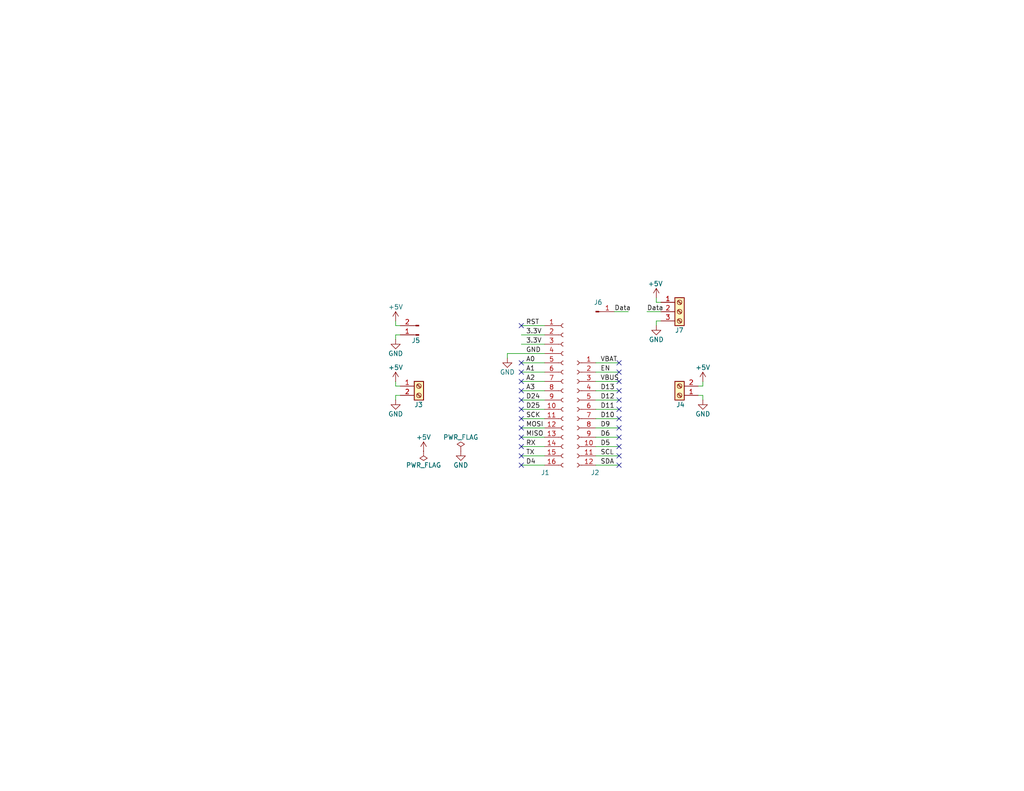
<source format=kicad_sch>
(kicad_sch (version 20231120) (generator "eeschema") (generator_version "8.0")
  (paper "USLetter")
  (title_block (title "Controller for icicle light") (date "January 2025") (rev "0"))
  (lib_symbols
    (symbol "Connector:Conn_01x01_Pin" (pin_names (offset 1.016) hide)
      (property "Reference" "J" (at 0 2.54 0))
      (property "Value" "Conn_01x01_Pin" (at 0 -2.54 0))
      (symbol "Conn_01x01_Pin_1_1"
        (polyline (pts (xy 1.27 0) (xy 0.8636 0)) (stroke (width 0.1524)))
        (rectangle (start 0.8636 0.127) (end 0 -0.127) (stroke (width 0.1524)) (fill (type outline)))
        (pin passive line (at 5.08 0 180) (length 3.81) (name "Pin_1") (number "1"))
      )
    )
    (symbol "Connector:Conn_01x02_Pin" (pin_names (offset 1.016) hide)
      (property "Reference" "J" (at 0 2.54 0))
      (property "Value" "Conn_01x02_Pin" (at 0 -5.08 0))
      (symbol "Conn_01x02_Pin_1_1"
        (polyline (pts (xy 1.27 -2.54) (xy 0.8636 -2.54)) (stroke (width 0.1524)))
        (polyline (pts (xy 1.27 0) (xy 0.8636 0)) (stroke (width 0.1524)))
        (rectangle (start 0.8636 -2.413) (end 0 -2.667) (stroke (width 0.1524)) (fill (type outline)))
        (rectangle (start 0.8636 0.127) (end 0 -0.127) (stroke (width 0.1524)) (fill (type outline)))
        (pin passive line (at 5.08 0 180) (length 3.81) (name "Pin_1") (number "1"))
        (pin passive line (at 5.08 -2.54 180) (length 3.81) (name "Pin_2") (number "2"))
      )
    )
    (symbol "Connector:Conn_01x12_Socket" (pin_names (offset 1.016) hide)
      (property "Reference" "J" (at 0 15.24 0))
      (property "Value" "Conn_01x12_Socket" (at 0 -17.78 0))
      (symbol "Conn_01x12_Socket_1_1"
        (arc (start 0 -14.732) (mid -0.5058 -15.24) (end 0 -15.748) (stroke (width 0.1524)))
        (arc (start 0 -12.192) (mid -0.5058 -12.7) (end 0 -13.208) (stroke (width 0.1524)))
        (arc (start 0 -9.652) (mid -0.5058 -10.16) (end 0 -10.668) (stroke (width 0.1524)))
        (arc (start 0 -7.112) (mid -0.5058 -7.62) (end 0 -8.128) (stroke (width 0.1524)))
        (arc (start 0 -4.572) (mid -0.5058 -5.08) (end 0 -5.588) (stroke (width 0.1524)))
        (arc (start 0 -2.032) (mid -0.5058 -2.54) (end 0 -3.048) (stroke (width 0.1524)))
        (polyline (pts (xy -1.27 -15.24) (xy -0.508 -15.24)) (stroke (width 0.1524)))
        (polyline (pts (xy -1.27 -12.7) (xy -0.508 -12.7)) (stroke (width 0.1524)))
        (polyline (pts (xy -1.27 -10.16) (xy -0.508 -10.16)) (stroke (width 0.1524)))
        (polyline (pts (xy -1.27 -7.62) (xy -0.508 -7.62)) (stroke (width 0.1524)))
        (polyline (pts (xy -1.27 -5.08) (xy -0.508 -5.08)) (stroke (width 0.1524)))
        (polyline (pts (xy -1.27 -2.54) (xy -0.508 -2.54)) (stroke (width 0.1524)))
        (polyline (pts (xy -1.27 0) (xy -0.508 0)) (stroke (width 0.1524)))
        (polyline (pts (xy -1.27 2.54) (xy -0.508 2.54)) (stroke (width 0.1524)))
        (polyline (pts (xy -1.27 5.08) (xy -0.508 5.08)) (stroke (width 0.1524)))
        (polyline (pts (xy -1.27 7.62) (xy -0.508 7.62)) (stroke (width 0.1524)))
        (polyline (pts (xy -1.27 10.16) (xy -0.508 10.16)) (stroke (width 0.1524)))
        (polyline (pts (xy -1.27 12.7) (xy -0.508 12.7)) (stroke (width 0.1524)))
        (arc (start 0 0.508) (mid -0.5058 0) (end 0 -0.508) (stroke (width 0.1524)))
        (arc (start 0 3.048) (mid -0.5058 2.54) (end 0 2.032) (stroke (width 0.1524)))
        (arc (start 0 5.588) (mid -0.5058 5.08) (end 0 4.572) (stroke (width 0.1524)))
        (arc (start 0 8.128) (mid -0.5058 7.62) (end 0 7.112) (stroke (width 0.1524)))
        (arc (start 0 10.668) (mid -0.5058 10.16) (end 0 9.652) (stroke (width 0.1524)))
        (arc (start 0 13.208) (mid -0.5058 12.7) (end 0 12.192) (stroke (width 0.1524)))
        (pin passive line (at -5.08 12.7 0) (length 3.81) (name "Pin_1") (number "1"))
        (pin passive line (at -5.08 -10.16 0) (length 3.81) (name "Pin_10") (number "10"))
        (pin passive line (at -5.08 -12.7 0) (length 3.81) (name "Pin_11") (number "11"))
        (pin passive line (at -5.08 -15.24 0) (length 3.81) (name "Pin_12") (number "12"))
        (pin passive line (at -5.08 10.16 0) (length 3.81) (name "Pin_2") (number "2"))
        (pin passive line (at -5.08 7.62 0) (length 3.81) (name "Pin_3") (number "3"))
        (pin passive line (at -5.08 5.08 0) (length 3.81) (name "Pin_4") (number "4"))
        (pin passive line (at -5.08 2.54 0) (length 3.81) (name "Pin_5") (number "5"))
        (pin passive line (at -5.08 0 0) (length 3.81) (name "Pin_6") (number "6"))
        (pin passive line (at -5.08 -2.54 0) (length 3.81) (name "Pin_7") (number "7"))
        (pin passive line (at -5.08 -5.08 0) (length 3.81) (name "Pin_8") (number "8"))
        (pin passive line (at -5.08 -7.62 0) (length 3.81) (name "Pin_9") (number "9"))
      )
    )
    (symbol "Connector:Conn_01x16_Socket" (pin_names (offset 1.016) hide)
      (property "Reference" "J" (at 0 20.32 0))
      (property "Value" "Conn_01x16_Socket" (at 0 -22.86 0))
      (symbol "Conn_01x16_Socket_1_1"
        (arc (start 0 -19.812) (mid -0.5058 -20.32) (end 0 -20.828) (stroke (width 0.1524)))
        (arc (start 0 -17.272) (mid -0.5058 -17.78) (end 0 -18.288) (stroke (width 0.1524)))
        (arc (start 0 -14.732) (mid -0.5058 -15.24) (end 0 -15.748) (stroke (width 0.1524)))
        (arc (start 0 -12.192) (mid -0.5058 -12.7) (end 0 -13.208) (stroke (width 0.1524)))
        (arc (start 0 -9.652) (mid -0.5058 -10.16) (end 0 -10.668) (stroke (width 0.1524)))
        (arc (start 0 -7.112) (mid -0.5058 -7.62) (end 0 -8.128) (stroke (width 0.1524)))
        (arc (start 0 -4.572) (mid -0.5058 -5.08) (end 0 -5.588) (stroke (width 0.1524)))
        (arc (start 0 -2.032) (mid -0.5058 -2.54) (end 0 -3.048) (stroke (width 0.1524)))
        (polyline (pts (xy -1.27 -20.32) (xy -0.508 -20.32)) (stroke (width 0.1524)))
        (polyline (pts (xy -1.27 -17.78) (xy -0.508 -17.78)) (stroke (width 0.1524)))
        (polyline (pts (xy -1.27 -15.24) (xy -0.508 -15.24)) (stroke (width 0.1524)))
        (polyline (pts (xy -1.27 -12.7) (xy -0.508 -12.7)) (stroke (width 0.1524)))
        (polyline (pts (xy -1.27 -10.16) (xy -0.508 -10.16)) (stroke (width 0.1524)))
        (polyline (pts (xy -1.27 -7.62) (xy -0.508 -7.62)) (stroke (width 0.1524)))
        (polyline (pts (xy -1.27 -5.08) (xy -0.508 -5.08)) (stroke (width 0.1524)))
        (polyline (pts (xy -1.27 -2.54) (xy -0.508 -2.54)) (stroke (width 0.1524)))
        (polyline (pts (xy -1.27 0) (xy -0.508 0)) (stroke (width 0.1524)))
        (polyline (pts (xy -1.27 2.54) (xy -0.508 2.54)) (stroke (width 0.1524)))
        (polyline (pts (xy -1.27 5.08) (xy -0.508 5.08)) (stroke (width 0.1524)))
        (polyline (pts (xy -1.27 7.62) (xy -0.508 7.62)) (stroke (width 0.1524)))
        (polyline (pts (xy -1.27 10.16) (xy -0.508 10.16)) (stroke (width 0.1524)))
        (polyline (pts (xy -1.27 12.7) (xy -0.508 12.7)) (stroke (width 0.1524)))
        (polyline (pts (xy -1.27 15.24) (xy -0.508 15.24)) (stroke (width 0.1524)))
        (polyline (pts (xy -1.27 17.78) (xy -0.508 17.78)) (stroke (width 0.1524)))
        (arc (start 0 0.508) (mid -0.5058 0) (end 0 -0.508) (stroke (width 0.1524)))
        (arc (start 0 3.048) (mid -0.5058 2.54) (end 0 2.032) (stroke (width 0.1524)))
        (arc (start 0 5.588) (mid -0.5058 5.08) (end 0 4.572) (stroke (width 0.1524)))
        (arc (start 0 8.128) (mid -0.5058 7.62) (end 0 7.112) (stroke (width 0.1524)))
        (arc (start 0 10.668) (mid -0.5058 10.16) (end 0 9.652) (stroke (width 0.1524)))
        (arc (start 0 13.208) (mid -0.5058 12.7) (end 0 12.192) (stroke (width 0.1524)))
        (arc (start 0 15.748) (mid -0.5058 15.24) (end 0 14.732) (stroke (width 0.1524)))
        (arc (start 0 18.288) (mid -0.5058 17.78) (end 0 17.272) (stroke (width 0.1524)))
        (pin passive line (at -5.08 17.78 0) (length 3.81) (name "Pin_1") (number "1"))
        (pin passive line (at -5.08 -5.08 0) (length 3.81) (name "Pin_10") (number "10"))
        (pin passive line (at -5.08 -7.62 0) (length 3.81) (name "Pin_11") (number "11"))
        (pin passive line (at -5.08 -10.16 0) (length 3.81) (name "Pin_12") (number "12"))
        (pin passive line (at -5.08 -12.7 0) (length 3.81) (name "Pin_13") (number "13"))
        (pin passive line (at -5.08 -15.24 0) (length 3.81) (name "Pin_14") (number "14"))
        (pin passive line (at -5.08 -17.78 0) (length 3.81) (name "Pin_15") (number "15"))
        (pin passive line (at -5.08 -20.32 0) (length 3.81) (name "Pin_16") (number "16"))
        (pin passive line (at -5.08 15.24 0) (length 3.81) (name "Pin_2") (number "2"))
        (pin passive line (at -5.08 12.7 0) (length 3.81) (name "Pin_3") (number "3"))
        (pin passive line (at -5.08 10.16 0) (length 3.81) (name "Pin_4") (number "4"))
        (pin passive line (at -5.08 7.62 0) (length 3.81) (name "Pin_5") (number "5"))
        (pin passive line (at -5.08 5.08 0) (length 3.81) (name "Pin_6") (number "6"))
        (pin passive line (at -5.08 2.54 0) (length 3.81) (name "Pin_7") (number "7"))
        (pin passive line (at -5.08 0 0) (length 3.81) (name "Pin_8") (number "8"))
        (pin passive line (at -5.08 -2.54 0) (length 3.81) (name "Pin_9") (number "9"))
      )
    )
    (symbol "Connector:Screw_Terminal_01x02" (pin_names (offset 1.016) hide)
      (property "Reference" "J" (at 0 2.54 0))
      (property "Value" "Screw_Terminal_01x02" (at 0 -5.08 0))
      (symbol "Screw_Terminal_01x02_1_1"
        (rectangle (start -1.27 1.27) (end 1.27 -3.81) (stroke (width 0.254)) (fill (type background)))
        (circle (center 0 -2.54) (radius 0.635) (stroke (width 0.1524)))
        (polyline (pts (xy -0.5334 -2.2098) (xy 0.3302 -3.048)) (stroke (width 0.1524)))
        (polyline (pts (xy -0.5334 0.3302) (xy 0.3302 -0.508)) (stroke (width 0.1524)))
        (polyline (pts (xy -0.3556 -2.032) (xy 0.508 -2.8702)) (stroke (width 0.1524)))
        (polyline (pts (xy -0.3556 0.508) (xy 0.508 -0.3302)) (stroke (width 0.1524)))
        (circle (center 0 0) (radius 0.635) (stroke (width 0.1524)))
        (pin passive line (at -5.08 0 0) (length 3.81) (name "Pin_1") (number "1"))
        (pin passive line (at -5.08 -2.54 0) (length 3.81) (name "Pin_2") (number "2"))
      )
    )
    (symbol "Connector:Screw_Terminal_01x03" (pin_names (offset 1.016) hide)
      (property "Reference" "J" (at 0 5.08 0))
      (property "Value" "Screw_Terminal_01x03" (at 0 -5.08 0))
      (symbol "Screw_Terminal_01x03_1_1"
        (rectangle (start -1.27 3.81) (end 1.27 -3.81) (stroke (width 0.254)) (fill (type background)))
        (circle (center 0 -2.54) (radius 0.635) (stroke (width 0.1524)))
        (polyline (pts (xy -0.5334 -2.2098) (xy 0.3302 -3.048)) (stroke (width 0.1524)))
        (polyline (pts (xy -0.5334 0.3302) (xy 0.3302 -0.508)) (stroke (width 0.1524)))
        (polyline (pts (xy -0.5334 2.8702) (xy 0.3302 2.032)) (stroke (width 0.1524)))
        (polyline (pts (xy -0.3556 -2.032) (xy 0.508 -2.8702)) (stroke (width 0.1524)))
        (polyline (pts (xy -0.3556 0.508) (xy 0.508 -0.3302)) (stroke (width 0.1524)))
        (polyline (pts (xy -0.3556 3.048) (xy 0.508 2.2098)) (stroke (width 0.1524)))
        (circle (center 0 0) (radius 0.635) (stroke (width 0.1524)))
        (circle (center 0 2.54) (radius 0.635) (stroke (width 0.1524)))
        (pin passive line (at -5.08 2.54 0) (length 3.81) (name "Pin_1") (number "1"))
        (pin passive line (at -5.08 0 0) (length 3.81) (name "Pin_2") (number "2"))
        (pin passive line (at -5.08 -2.54 0) (length 3.81) (name "Pin_3") (number "3"))
      )
    )
    (symbol "power:+5V" (power) (pin_numbers hide) (pin_names (offset 0) hide)
      (property "Value" "+5V" (at 0 3.556 0))
      (symbol "+5V_0_1"
        (polyline (pts (xy -0.762 1.27) (xy 0 2.54)))
        (polyline (pts (xy 0 0) (xy 0 2.54)))
        (polyline (pts (xy 0 2.54) (xy 0.762 1.27)))
      )
      (symbol "+5V_1_1"
        (pin power_in line (at 0 0 90) (length 0) (name "~") (number "1"))
      )
    )
    (symbol "power:GND" (power) (pin_numbers hide) (pin_names (offset 0) hide)
      (property "Value" "GND" (at 0 -3.81 0))
      (symbol "GND_0_1"
        (polyline (pts (xy 0 0) (xy 0 -1.27) (xy 1.27 -1.27) (xy 0 -2.54) (xy -1.27 -1.27) (xy 0 -1.27)))
      )
      (symbol "GND_1_1"
        (pin power_in line (at 0 0 270) (length 0) (name "~") (number "1"))
      )
    )
    (symbol "power:PWR_FLAG" (power) (pin_numbers hide) (pin_names (offset 0) hide)
      (property "Value" "PWR_FLAG" (at 0 3.81 0))
      (symbol "PWR_FLAG_0_0"
        (pin power_out line (at 0 0 90) (length 0) (name "~") (number "1"))
      )
      (symbol "PWR_FLAG_0_1"
        (polyline (pts (xy 0 0) (xy 0 1.27) (xy -1.016 1.905) (xy 0 2.54) (xy 1.016 1.905) (xy 0 1.27)))
      )
    )
  )
  (no_connect (at 142.24 99.06))
  (no_connect (at 142.24 88.9))
  (no_connect (at 142.24 127))
  (no_connect (at 168.91 119.38))
  (no_connect (at 142.24 101.6))
  (no_connect (at 168.91 111.76))
  (no_connect (at 168.91 106.68))
  (no_connect (at 142.24 111.76))
  (no_connect (at 142.24 121.92))
  (no_connect (at 142.24 109.22))
  (no_connect (at 142.24 124.46))
  (no_connect (at 142.24 104.14))
  (no_connect (at 168.91 124.46))
  (no_connect (at 142.24 106.68))
  (no_connect (at 168.91 104.14))
  (no_connect (at 142.24 119.38))
  (no_connect (at 168.91 114.3))
  (no_connect (at 168.91 121.92))
  (no_connect (at 168.91 99.06))
  (no_connect (at 168.91 109.22))
  (no_connect (at 142.24 114.3))
  (no_connect (at 168.91 101.6))
  (no_connect (at 142.24 116.84))
  (no_connect (at 168.91 127))
  (no_connect (at 168.91 116.84))
  (wire (pts (xy 162.56 104.14) (xy 168.91 104.14)))
  (wire (pts (xy 162.56 119.38) (xy 168.91 119.38)))
  (wire (pts (xy 138.43 96.52) (xy 148.59 96.52)))
  (wire (pts (xy 142.24 101.6) (xy 148.59 101.6)))
  (wire (pts (xy 179.07 81.28) (xy 179.07 82.55)))
  (wire (pts (xy 179.07 87.63) (xy 179.07 88.9)))
  (wire (pts (xy 142.24 88.9) (xy 148.59 88.9)))
  (wire (pts (xy 142.24 121.92) (xy 148.59 121.92)))
  (wire (pts (xy 142.24 93.98) (xy 148.59 93.98)))
  (wire (pts (xy 107.95 92.71) (xy 107.95 91.44)))
  (wire (pts (xy 162.56 106.68) (xy 168.91 106.68)))
  (wire (pts (xy 107.95 105.41) (xy 109.22 105.41)))
  (wire (pts (xy 162.56 111.76) (xy 168.91 111.76)))
  (wire (pts (xy 107.95 104.14) (xy 107.95 105.41)))
  (wire (pts (xy 107.95 87.63) (xy 107.95 88.9)))
  (wire (pts (xy 107.95 109.22) (xy 107.95 107.95)))
  (wire (pts (xy 162.56 114.3) (xy 168.91 114.3)))
  (wire (pts (xy 142.24 124.46) (xy 148.59 124.46)))
  (wire (pts (xy 107.95 91.44) (xy 109.22 91.44)))
  (wire (pts (xy 179.07 87.63) (xy 180.34 87.63)))
  (wire (pts (xy 138.43 96.52) (xy 138.43 97.79)))
  (wire (pts (xy 191.77 107.95) (xy 191.77 109.22)))
  (wire (pts (xy 142.24 119.38) (xy 148.59 119.38)))
  (wire (pts (xy 142.24 99.06) (xy 148.59 99.06)))
  (wire (pts (xy 162.56 127) (xy 168.91 127)))
  (wire (pts (xy 162.56 101.6) (xy 168.91 101.6)))
  (wire (pts (xy 107.95 107.95) (xy 109.22 107.95)))
  (wire (pts (xy 162.56 121.92) (xy 168.91 121.92)))
  (wire (pts (xy 179.07 82.55) (xy 180.34 82.55)))
  (wire (pts (xy 190.5 105.41) (xy 191.77 105.41)))
  (wire (pts (xy 142.24 104.14) (xy 148.59 104.14)))
  (wire (pts (xy 162.56 109.22) (xy 168.91 109.22)))
  (wire (pts (xy 142.24 109.22) (xy 148.59 109.22)))
  (wire (pts (xy 176.53 85.09) (xy 180.34 85.09)))
  (wire (pts (xy 162.56 99.06) (xy 168.91 99.06)))
  (wire (pts (xy 142.24 127) (xy 148.59 127)))
  (wire (pts (xy 167.64 85.09) (xy 171.45 85.09)))
  (wire (pts (xy 142.24 106.68) (xy 148.59 106.68)))
  (wire (pts (xy 107.95 88.9) (xy 109.22 88.9)))
  (wire (pts (xy 142.24 111.76) (xy 148.59 111.76)))
  (wire (pts (xy 142.24 91.44) (xy 148.59 91.44)))
  (wire (pts (xy 191.77 105.41) (xy 191.77 104.14)))
  (wire (pts (xy 190.5 107.95) (xy 191.77 107.95)))
  (wire (pts (xy 162.56 116.84) (xy 168.91 116.84)))
  (wire (pts (xy 142.24 116.84) (xy 148.59 116.84)))
  (wire (pts (xy 142.24 114.3) (xy 148.59 114.3)))
  (wire (pts (xy 162.56 124.46) (xy 168.91 124.46)))
  (label "D25" (at 143.51 111.76 0))
  (label "D11" (at 163.83 111.76 0))
  (label "Data" (at 176.53 85.09 0))
  (label "TX" (at 143.51 124.46 0))
  (label "SCL" (at 163.83 124.46 0))
  (label "MOSI" (at 143.51 116.84 0))
  (label "Data" (at 167.64 85.09 0))
  (label "D10" (at 163.83 114.3 0))
  (label "D12" (at 163.83 109.22 0))
  (label "D5" (at 163.83 121.92 0))
  (label "RX" (at 143.51 121.92 0))
  (label "D24" (at 143.51 109.22 0))
  (label "A0" (at 143.51 99.06 0))
  (label "D6" (at 163.83 119.38 0))
  (label "SDA" (at 163.83 127 0))
  (label "VBAT" (at 163.83 99.06 0))
  (label "MISO" (at 143.51 119.38 0))
  (label "SCK" (at 143.51 114.3 0))
  (label "EN" (at 163.83 101.6 0))
  (label "D9" (at 163.83 116.84 0))
  (label "VBUS" (at 168.91 104.14 180))
  (label "3.3V" (at 143.51 91.44 0))
  (label "A2" (at 143.51 104.14 0))
  (label "3.3V" (at 143.51 93.98 0))
  (label "RST" (at 143.51 88.9 0))
  (label "D13" (at 163.83 106.68 0))
  (label "A3" (at 143.51 106.68 0))
  (label "D4" (at 143.51 127 0))
  (label "GND" (at 143.51 96.52 0))
  (label "A1" (at 143.51 101.6 0))
  (symbol (lib_id "power:GND") (at 107.95 92.71 0) (unit 1)
    (property "Reference" "#PWR011" (effects (hide yes)))
    (property "Value" "GND" (at 107.95 96.52 0))
    (property "Description" "Power symbol creates a global label with name \"GND\" , ground" (effects (hide yes)))
  )
  (symbol (lib_id "power:+5V") (at 179.07 81.28 0) (unit 1)
    (property "Reference" "#PWR09" (effects (hide yes)))
    (property "Value" "+5V" (at 178.816 77.47 0))
    (property "Description" "Power symbol creates a global label with name \"+5V\"" (effects (hide yes)))
  )
  (symbol (lib_id "power:GND") (at 107.95 109.22 0) (unit 1)
    (property "Reference" "#PWR03" (effects (hide yes)))
    (property "Value" "GND" (at 107.95 113.03 0))
    (property "Description" "Power symbol creates a global label with name \"GND\" , ground" (effects (hide yes)))
  )
  (symbol (lib_id "power:PWR_FLAG") (at 115.57 123.19 180) (unit 1)
    (property "Reference" "#FLG02" (effects (hide yes)))
    (property "Value" "PWR_FLAG" (at 115.57 127 0))
    (property "Description" "Special symbol for telling ERC where power comes from" (effects (hide yes)))
  )
  (symbol (lib_id "Connector:Screw_Terminal_01x02") (at 114.3 105.41 0) (unit 1)
    (property "Reference" "J3" (at 113.03 110.49 0) (effects (justify left)))
    (property "Value" "Screw_Terminal_01x02" (effects (hide yes)))
    (property "Footprint" "MyTerminalBlocks:PHOENIX - TERM BLK 2P SIDE ENT 5.08MM PCB" (effects (hide yes)))
    (property "Description" "Generic screw terminal, single row, 01x02, script generated (kicad-library-utils/schlib/autogen/connector/)" (effects (hide yes)))
    (property "DigiKey Part" "277-1247-ND" (effects (hide yes)))
  )
  (symbol (lib_id "power:+5V") (at 107.95 104.14 0) (unit 1)
    (property "Reference" "#PWR04" (effects (hide yes)))
    (property "Value" "+5V" (at 107.95 100.33 0))
    (property "Description" "Power symbol creates a global label with name \"+5V\"" (effects (hide yes)))
  )
  (symbol (lib_id "power:+5V") (at 191.77 104.14 0) (unit 1)
    (property "Reference" "#PWR06" (effects (hide yes)))
    (property "Value" "+5V" (at 191.77 100.33 0))
    (property "Description" "Power symbol creates a global label with name \"+5V\"" (effects (hide yes)))
  )
  (symbol (lib_id "power:GND") (at 191.77 109.22 0) (unit 1)
    (property "Reference" "#PWR07" (effects (hide yes)))
    (property "Value" "GND" (at 191.77 113.03 0))
    (property "Description" "Power symbol creates a global label with name \"GND\" , ground" (effects (hide yes)))
  )
  (symbol (lib_id "power:+5V") (at 107.95 87.63 0) (unit 1)
    (property "Reference" "#PWR010" (effects (hide yes)))
    (property "Value" "+5V" (at 107.95 83.82 0))
    (property "Description" "Power symbol creates a global label with name \"+5V\"" (effects (hide yes)))
  )
  (symbol (lib_id "power:GND") (at 179.07 88.9 0) (unit 1)
    (property "Reference" "#PWR08" (effects (hide yes)))
    (property "Value" "GND" (at 179.07 92.71 0))
    (property "Description" "Power symbol creates a global label with name \"GND\" , ground" (effects (hide yes)))
  )
  (symbol (lib_id "power:GND") (at 125.73 123.19 0) (unit 1)
    (property "Reference" "#PWR02" (effects (hide yes)))
    (property "Value" "GND" (at 125.73 127 0))
    (property "Description" "Power symbol creates a global label with name \"GND\" , ground" (effects (hide yes)))
  )
  (symbol (lib_id "Connector:Conn_01x02_Pin") (at 114.3 91.44 180) (unit 1)
    (property "Reference" "J5" (at 112.268 92.964 0) (effects (justify right)))
    (property "Value" "Conn_01x02_Pin" (effects (hide yes)))
    (property "Footprint" "Connector_Wire:SolderWire-0.5sqmm_1x02_P4.6mm_D0.9mm_OD2.1mm" (effects (hide yes)))
    (property "Description" "Generic connector, single row, 01x02, script generated" (effects (hide yes)))
  )
  (symbol (lib_id "power:PWR_FLAG") (at 125.73 123.19 0) (unit 1)
    (property "Reference" "#FLG01" (effects (hide yes)))
    (property "Value" "PWR_FLAG" (at 125.73 119.38 0))
    (property "Description" "Special symbol for telling ERC where power comes from" (effects (hide yes)))
  )
  (symbol (lib_id "power:+5V") (at 115.57 123.19 0) (unit 1)
    (property "Reference" "#PWR05" (effects (hide yes)))
    (property "Value" "+5V" (at 115.57 119.38 0))
    (property "Description" "Power symbol creates a global label with name \"+5V\"" (effects (hide yes)))
  )
  (symbol (lib_id "Connector:Conn_01x16_Socket") (at 153.67 106.68 0) (unit 1)
    (property "Reference" "J1" (at 147.574 129.032 0) (effects (justify left)))
    (property "Value" "Conn_01x16_Socket" (effects (hide yes)))
    (property "Footprint" "MyFeatherPinSocket:PinSocket_1x16_P2.54mm_Vertical" (effects (hide yes)))
    (property "Description" "Generic connector, single row, 01x16, script generated" (effects (hide yes)))
  )
  (symbol (lib_id "Connector:Conn_01x01_Pin") (at 162.56 85.09 0) (unit 1)
    (property "Reference" "J6" (at 163.195 82.55 0))
    (property "Value" "Conn_01x01_Pin" (effects (hide yes)))
    (property "Footprint" "Connector_PinHeader_2.54mm:PinHeader_1x01_P2.54mm_Vertical" (effects (hide yes)))
    (property "Description" "Generic connector, single row, 01x01, script generated" (effects (hide yes)))
  )
  (symbol (lib_id "power:GND") (at 138.43 97.79 0) (unit 1)
    (property "Reference" "#PWR01" (effects (hide yes)))
    (property "Value" "GND" (at 138.43 101.6 0))
    (property "Description" "Power symbol creates a global label with name \"GND\" , ground" (effects (hide yes)))
  )
  (symbol (lib_id "Connector:Screw_Terminal_01x02") (at 185.42 107.95 180) (unit 1)
    (property "Reference" "J4" (at 185.674 110.49 0))
    (property "Value" "Screw_Terminal_01x02" (effects (hide yes)))
    (property "Footprint" "MyTerminalBlocks:PHOENIX - TERM BLK 2P SIDE ENT 5.08MM PCB" (effects (hide yes)))
    (property "Datasheet" "https://www.phoenixcontact.com/product/pdf/api/v1/MTcyOTEyOA?_realm=us&_locale=en-US&blocks=commercial-data%2Ctechnical-data%2Cdrawings%2Capprovals%2Cclassifications%2Cenvironmental-compliance-data%2Call-accessories" (effects (hide yes)))
    (property "Description" "Generic screw terminal, single row, 01x02, script generated (kicad-library-utils/schlib/autogen/connector/)" (effects (hide yes)))
    (property "DigiKey Part" "277-1247-ND" (effects (hide yes)))
  )
  (symbol (lib_id "Connector:Screw_Terminal_01x03") (at 185.42 85.09 0) (unit 1)
    (property "Reference" "J7" (at 184.15 90.17 0) (effects (justify left)))
    (property "Value" "Screw_Terminal_01x03" (effects (hide yes)))
    (property "Footprint" "MyTerminalBlocks:PHOENIX - TERM BLK 3P SIDE ENT 5.08MM PCB" (effects (hide yes)))
    (property "Description" "Generic screw terminal, single row, 01x03, script generated (kicad-library-utils/schlib/autogen/connector/)" (effects (hide yes)))
    (property "DigiKey Part" "277-1248-ND" (effects (hide yes)))
  )
  (symbol (lib_id "Connector:Conn_01x12_Socket") (at 157.48 111.76 0) (mirror y) (unit 1)
    (property "Reference" "J2" (at 163.576 129.032 0) (effects (justify left)))
    (property "Value" "Conn_01x12_Female" (effects (hide yes)))
    (property "Footprint" "MyFeatherPinSocket:PinSocket_1x12_P2.54mm_Vertical" (effects (hide yes)))
    (property "Description" "Generic connector, single row, 01x12, script generated" (effects (hide yes)))
  )
)
</source>
